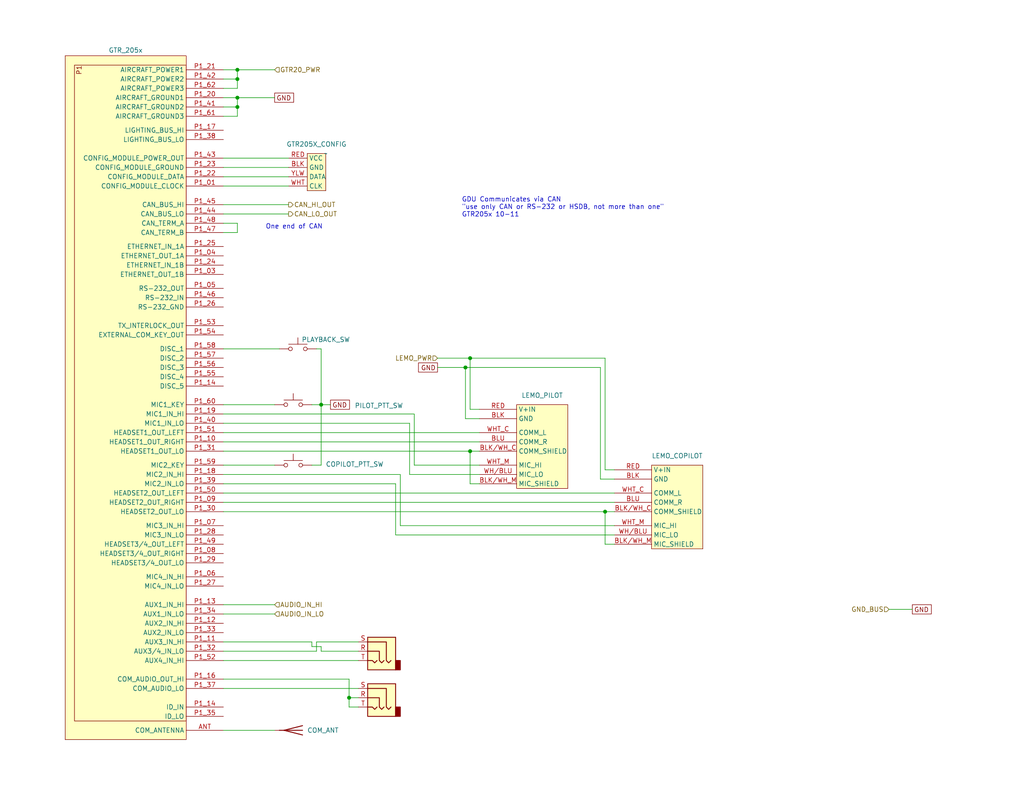
<source format=kicad_sch>
(kicad_sch (version 20250114) (generator "eeschema") (generator_version "9.0")
  (paper "USLetter")
  (title_block (title "Communication") (date "2025-09-09") (rev "1.0.3") (company "N78HR"))
  (lib_symbols
    (symbol "Connector_Audio:AudioJack3"
      (property "Reference" "J" (at 0 8.89 0))
      (property "Value" "AudioJack3" (at 0 6.35 0))
      (symbol "AudioJack3_0_1"
        (rectangle (start -5.08 -5.08) (end -6.35 -2.54) (stroke (width 0.254)) (fill (type outline)))
        (polyline (pts (xy -1.905 -2.54) (xy -1.27 -3.175) (xy -0.635 -2.54) (xy -0.635 0) (xy 2.54 0)) (stroke (width 0.254)))
        (polyline (pts (xy 0 -2.54) (xy 0.635 -3.175) (xy 1.27 -2.54) (xy 2.54 -2.54)) (stroke (width 0.254)))
        (rectangle (start 2.54 3.81) (end -5.08 -5.08) (stroke (width 0.254)) (fill (type background)))
        (polyline (pts (xy 2.54 2.54) (xy -2.54 2.54) (xy -2.54 -2.54) (xy -3.175 -3.175) (xy -3.81 -2.54)) (stroke (width 0.254)))
      )
      (symbol "AudioJack3_1_1"
        (pin passive line (at 5.08 2.54 180) (length 2.54) (name "~") (number "S"))
        (pin passive line (at 5.08 0 180) (length 2.54) (name "~") (number "R"))
        (pin passive line (at 5.08 -2.54 180) (length 2.54) (name "~") (number "T"))
      )
    )
    (symbol "Device:Antenna" (pin_numbers (hide yes)) (pin_names (offset 1.016) (hide yes))
      (property "Reference" "AE" (at -1.905 1.905 0))
      (property "Value" "Antenna" (at -1.905 0 0))
      (symbol "Antenna_0_1"
        (polyline (pts (xy 0 2.54) (xy 0 -3.81)) (stroke (width 0.254)))
        (polyline (pts (xy 1.27 2.54) (xy 0 -2.54) (xy -1.27 2.54)) (stroke (width 0.254)))
      )
      (symbol "Antenna_1_1"
        (pin input line (at 0 -5.08 90) (length 2.54) (name "A") (number "1"))
      )
    )
    (symbol "Switch:SW_Push" (pin_numbers (hide yes)) (pin_names (offset 1.016) (hide yes))
      (property "Reference" "SW" (at 1.27 2.54 0))
      (property "Value" "SW_Push" (at 0 -1.524 0))
      (symbol "SW_Push_0_1"
        (circle (center -2.032 0) (radius 0.508))
        (polyline (pts (xy 0 1.27) (xy 0 3.048)))
        (circle (center 2.032 0) (radius 0.508))
        (polyline (pts (xy 2.54 1.27) (xy -2.54 1.27)))
        (pin passive line (at -5.08 0 0) (length 2.54) (name "1") (number "1"))
        (pin passive line (at 5.08 0 180) (length 2.54) (name "2") (number "2"))
      )
    )
    (symbol "flyerx:Bose_LEMO"
      (property "Reference" "LEMO" (at 2.54 1.27 0))
      (symbol "Bose_LEMO_1_1"
        (rectangle (start 0 0) (end 13.97 -22.86) (fill (type background)))
        (pin power_in line (at 24.13 -1.27 180) (length 10.16) (name "V+IN") (number "RED"))
        (pin passive line (at 24.13 -3.81 180) (length 10.16) (name "GND") (number "BLK"))
        (pin input line (at 24.13 -7.62 180) (length 10.16) (name "COMM_L") (number "WHT_C"))
        (pin input line (at 24.13 -10.16 180) (length 10.16) (name "COMM_R") (number "BLU"))
        (pin passive line (at 24.13 -12.7 180) (length 10.16) (name "COMM_SHIELD") (number "BLK/WH_C"))
        (pin output line (at 24.13 -16.51 180) (length 10.16) (name "MIC_HI") (number "WHT_M"))
        (pin passive line (at 24.13 -19.05 180) (length 10.16) (name "MIC_LO") (number "WH/BLU"))
        (pin passive line (at 24.13 -21.59 180) (length 10.16) (name "MIC_SHIELD") (number "BLK/WH_M"))
      )
    )
    (symbol "flyerx:Garmin_Config"
      (property "Reference" "CONFIG" (at 3.81 1.27 0))
      (symbol "Garmin_Config_1_1"
        (rectangle (start 0 0) (end 5.08 -10.16) (fill (type background)))
        (pin power_in line (at 10.16 -1.27 180) (length 5.08) (name "VCC") (number "RED"))
        (pin passive line (at 10.16 -3.81 180) (length 5.08) (name "GND") (number "BLK"))
        (pin bidirectional line (at 10.16 -6.35 180) (length 5.08) (name "DATA") (number "YLW"))
        (pin input line (at 10.16 -8.89 180) (length 5.08) (name "CLK") (number "WHT"))
      )
    )
    (symbol "flyerx:Garmin_GTR205x"
      (property "Reference" "GTR_205x" (at 5.08 1.27 0))
      (symbol "Garmin_GTR205x_1_1"
        (rectangle (start 0 0) (end 33.02 -186.69) (fill (type background)))
        (rectangle (start 2.54 -2.54) (end 33.02 -181.61) (fill (type background)))
        (text "P1" (at 3.81 -2.54 900) (effects (font (size 1.27 1.27)) (justify right)))
        (pin power_in line (at 43.18 -3.81 180) (length 10.16) (name "AIRCRAFT_POWER1") (number "P1_21"))
        (pin power_in line (at 43.18 -6.35 180) (length 10.16) (name "AIRCRAFT_POWER2") (number "P1_42"))
        (pin power_in line (at 43.18 -8.89 180) (length 10.16) (name "AIRCRAFT_POWER3") (number "P1_62"))
        (pin passive line (at 43.18 -11.43 180) (length 10.16) (name "AIRCRAFT_GROUND1") (number "P1_20"))
        (pin passive line (at 43.18 -13.97 180) (length 10.16) (name "AIRCRAFT_GROUND2") (number "P1_41"))
        (pin passive line (at 43.18 -16.51 180) (length 10.16) (name "AIRCRAFT_GROUND3") (number "P1_61"))
        (pin input line (at 43.18 -20.32 180) (length 10.16) (name "LIGHTING_BUS_HI") (number "P1_17"))
        (pin bidirectional line (at 43.18 -22.86 180) (length 10.16) (name "LIGHTING_BUS_LO") (number "P1_38"))
        (pin power_out line (at 43.18 -27.94 180) (length 10.16) (name "CONFIG_MODULE_POWER_OUT") (number "P1_43"))
        (pin passive line (at 43.18 -30.48 180) (length 10.16) (name "CONFIG_MODULE_GROUND") (number "P1_23"))
        (pin bidirectional line (at 43.18 -33.02 180) (length 10.16) (name "CONFIG_MODULE_DATA") (number "P1_22"))
        (pin output line (at 43.18 -35.56 180) (length 10.16) (name "CONFIG_MODULE_CLOCK") (number "P1_01"))
        (pin bidirectional line (at 43.18 -40.64 180) (length 10.16) (name "CAN_BUS_HI") (number "P1_45"))
        (pin bidirectional line (at 43.18 -43.18 180) (length 10.16) (name "CAN_BUS_LO") (number "P1_44"))
        (pin bidirectional line (at 43.18 -45.72 180) (length 10.16) (name "CAN_TERM_A") (number "P1_48"))
        (pin bidirectional line (at 43.18 -48.26 180) (length 10.16) (name "CAN_TERM_B") (number "P1_47"))
        (pin input line (at 43.18 -52.07 180) (length 10.16) (name "ETHERNET_IN_1A") (number "P1_25"))
        (pin output line (at 43.18 -54.61 180) (length 10.16) (name "ETHERNET_OUT_1A") (number "P1_04"))
        (pin input line (at 43.18 -57.15 180) (length 10.16) (name "ETHERNET_IN_1B") (number "P1_24"))
        (pin output line (at 43.18 -59.69 180) (length 10.16) (name "ETHERNET_OUT_1B") (number "P1_03"))
        (pin output line (at 43.18 -63.5 180) (length 10.16) (name "RS-232_OUT") (number "P1_05"))
        (pin input line (at 43.18 -66.04 180) (length 10.16) (name "RS-232_IN") (number "P1_46"))
        (pin passive line (at 43.18 -68.58 180) (length 10.16) (name "RS-232_GND") (number "P1_26"))
        (pin output line (at 43.18 -73.66 180) (length 10.16) (name "TX_INTERLOCK_OUT") (number "P1_53"))
        (pin output line (at 43.18 -76.2 180) (length 10.16) (name "EXTERNAL_COM_KEY_OUT") (number "P1_54"))
        (pin input line (at 43.18 -80.01 180) (length 10.16) (name "DISC_1") (number "P1_58"))
        (pin input line (at 43.18 -82.55 180) (length 10.16) (name "DISC_2") (number "P1_57"))
        (pin input line (at 43.18 -85.09 180) (length 10.16) (name "DISC_3") (number "P1_56"))
        (pin input line (at 43.18 -87.63 180) (length 10.16) (name "DISC_4") (number "P1_55"))
        (pin input line (at 43.18 -90.17 180) (length 10.16) (name "DISC_5") (number "P1_14"))
        (pin input line (at 43.18 -95.25 180) (length 10.16) (name "MIC1_KEY") (number "P1_60"))
        (pin input line (at 43.18 -97.79 180) (length 10.16) (name "MIC1_IN_HI") (number "P1_19"))
        (pin passive line (at 43.18 -100.33 180) (length 10.16) (name "MIC1_IN_LO") (number "P1_40"))
        (pin output line (at 43.18 -102.87 180) (length 10.16) (name "HEADSET1_OUT_LEFT") (number "P1_51"))
        (pin output line (at 43.18 -105.41 180) (length 10.16) (name "HEADSET1_OUT_RIGHT") (number "P1_10"))
        (pin passive line (at 43.18 -107.95 180) (length 10.16) (name "HEADSET1_OUT_LO") (number "P1_31"))
        (pin input line (at 43.18 -111.76 180) (length 10.16) (name "MIC2_KEY") (number "P1_59"))
        (pin input line (at 43.18 -114.3 180) (length 10.16) (name "MIC2_IN_HI") (number "P1_18"))
        (pin passive line (at 43.18 -116.84 180) (length 10.16) (name "MIC2_IN_LO") (number "P1_39"))
        (pin output line (at 43.18 -119.38 180) (length 10.16) (name "HEADSET2_OUT_LEFT") (number "P1_50"))
        (pin output line (at 43.18 -121.92 180) (length 10.16) (name "HEADSET2_OUT_RIGHT") (number "P1_09"))
        (pin passive line (at 43.18 -124.46 180) (length 10.16) (name "HEADSET2_OUT_LO") (number "P1_30"))
        (pin input line (at 43.18 -128.27 180) (length 10.16) (name "MIC3_IN_HI") (number "P1_07"))
        (pin passive line (at 43.18 -130.81 180) (length 10.16) (name "MIC3_IN_LO") (number "P1_28"))
        (pin output line (at 43.18 -133.35 180) (length 10.16) (name "HEADSET3/4_OUT_LEFT") (number "P1_49"))
        (pin output line (at 43.18 -135.89 180) (length 10.16) (name "HEADSET3/4_OUT_RIGHT") (number "P1_08"))
        (pin passive line (at 43.18 -138.43 180) (length 10.16) (name "HEADSET3/4_OUT_LO") (number "P1_29"))
        (pin input line (at 43.18 -142.24 180) (length 10.16) (name "MIC4_IN_HI") (number "P1_06"))
        (pin passive line (at 43.18 -144.78 180) (length 10.16) (name "MIC4_IN_LO") (number "P1_27"))
        (pin input line (at 43.18 -149.86 180) (length 10.16) (name "AUX1_IN_HI") (number "P1_13"))
        (pin passive line (at 43.18 -152.4 180) (length 10.16) (name "AUX1_IN_LO") (number "P1_34"))
        (pin input line (at 43.18 -154.94 180) (length 10.16) (name "AUX2_IN_HI") (number "P1_12"))
        (pin passive line (at 43.18 -157.48 180) (length 10.16) (name "AUX2_IN_LO") (number "P1_33"))
        (pin input line (at 43.18 -160.02 180) (length 10.16) (name "AUX3_IN_HI") (number "P1_11"))
        (pin passive line (at 43.18 -162.56 180) (length 10.16) (name "AUX3/4_IN_LO") (number "P1_32"))
        (pin input line (at 43.18 -165.1 180) (length 10.16) (name "AUX4_IN_HI") (number "P1_52"))
        (pin output line (at 43.18 -170.18 180) (length 10.16) (name "COM_AUDIO_OUT_HI") (number "P1_16"))
        (pin passive line (at 43.18 -172.72 180) (length 10.16) (name "COM_AUDIO_LO") (number "P1_37"))
        (pin input line (at 43.18 -177.8 180) (length 10.16) (name "ID_IN") (number "P1_14"))
        (pin passive line (at 43.18 -180.34 180) (length 10.16) (name "ID_LO") (number "P1_35"))
        (pin bidirectional line (at 43.18 -184.15 180) (length 10.16) (name "COM_ANTENNA") (number "ANT"))
      )
    )
  )
  (text "GDU Communicates via CAN\n\"use only CAN or RS-232 or HSDB, not more than one\"\nGTR205x 10-11" (at 125.984 56.642 0) (effects (font (size 1.27 1.27)) (justify left)))
  (text "One end of CAN" (at 80.264 61.976 0) (effects (font (size 1.27 1.27))))
  (junction (at 165.1 139.7))
  (junction (at 128.27 97.79))
  (junction (at 64.77 26.67))
  (junction (at 87.63 110.49))
  (junction (at 127 100.33))
  (junction (at 64.77 21.59))
  (junction (at 64.77 29.21))
  (junction (at 95.25 190.5))
  (junction (at 64.77 19.05))
  (junction (at 128.27 123.19))
  (wire (pts (xy 60.96 137.16) (xy 167.64 137.16)))
  (wire (pts (xy 128.27 111.76) (xy 128.27 97.79)))
  (wire (pts (xy 111.76 115.57) (xy 111.76 129.54)))
  (wire (pts (xy 95.25 193.04) (xy 97.79 193.04)))
  (wire (pts (xy 113.03 127) (xy 130.81 127)))
  (wire (pts (xy 64.77 60.96) (xy 64.77 63.5)))
  (wire (pts (xy 128.27 132.08) (xy 128.27 123.19)))
  (wire (pts (xy 107.95 146.05) (xy 167.64 146.05)))
  (wire (pts (xy 163.83 100.33) (xy 127 100.33)))
  (wire (pts (xy 64.77 19.05) (xy 74.93 19.05)))
  (wire (pts (xy 60.96 24.13) (xy 64.77 24.13)))
  (wire (pts (xy 60.96 134.62) (xy 167.64 134.62)))
  (wire (pts (xy 86.36 175.26) (xy 86.36 177.8)))
  (wire (pts (xy 165.1 128.27) (xy 167.64 128.27)))
  (wire (pts (xy 60.96 185.42) (xy 95.25 185.42)))
  (wire (pts (xy 60.96 175.26) (xy 85.09 175.26)))
  (wire (pts (xy 64.77 26.67) (xy 74.93 26.67)))
  (wire (pts (xy 242.57 166.37) (xy 248.92 166.37)))
  (wire (pts (xy 85.09 176.53) (xy 85.09 175.26)))
  (wire (pts (xy 60.96 26.67) (xy 64.77 26.67)))
  (wire (pts (xy 95.25 190.5) (xy 95.25 193.04)))
  (wire (pts (xy 165.1 139.7) (xy 167.64 139.7)))
  (wire (pts (xy 60.96 110.49) (xy 74.93 110.49)))
  (wire (pts (xy 128.27 97.79) (xy 165.1 97.79)))
  (wire (pts (xy 85.09 127) (xy 87.63 127)))
  (wire (pts (xy 60.96 199.39) (xy 74.93 199.39)))
  (wire (pts (xy 130.81 132.08) (xy 128.27 132.08)))
  (wire (pts (xy 60.96 118.11) (xy 130.81 118.11)))
  (wire (pts (xy 167.64 130.81) (xy 163.83 130.81)))
  (wire (pts (xy 60.96 120.65) (xy 130.81 120.65)))
  (wire (pts (xy 60.96 21.59) (xy 64.77 21.59)))
  (wire (pts (xy 60.96 50.8) (xy 78.74 50.8)))
  (wire (pts (xy 128.27 123.19) (xy 130.81 123.19)))
  (wire (pts (xy 60.96 63.5) (xy 64.77 63.5)))
  (wire (pts (xy 163.83 130.81) (xy 163.83 100.33)))
  (wire (pts (xy 60.96 113.03) (xy 113.03 113.03)))
  (wire (pts (xy 165.1 128.27) (xy 165.1 97.79)))
  (wire (pts (xy 60.96 115.57) (xy 111.76 115.57)))
  (wire (pts (xy 87.63 110.49) (xy 87.63 127)))
  (wire (pts (xy 165.1 148.59) (xy 165.1 139.7)))
  (wire (pts (xy 60.96 45.72) (xy 78.74 45.72)))
  (wire (pts (xy 97.79 175.26) (xy 86.36 175.26)))
  (wire (pts (xy 109.22 143.51) (xy 167.64 143.51)))
  (wire (pts (xy 107.95 132.08) (xy 107.95 146.05)))
  (wire (pts (xy 60.96 43.18) (xy 78.74 43.18)))
  (wire (pts (xy 87.63 95.25) (xy 87.63 110.49)))
  (wire (pts (xy 60.96 60.96) (xy 64.77 60.96)))
  (wire (pts (xy 60.96 55.88) (xy 78.74 55.88)))
  (wire (pts (xy 60.96 167.64) (xy 74.93 167.64)))
  (wire (pts (xy 128.27 111.76) (xy 130.81 111.76)))
  (wire (pts (xy 60.96 180.34) (xy 97.79 180.34)))
  (wire (pts (xy 60.96 123.19) (xy 128.27 123.19)))
  (wire (pts (xy 64.77 24.13) (xy 64.77 21.59)))
  (wire (pts (xy 64.77 26.67) (xy 64.77 29.21)))
  (wire (pts (xy 127 100.33) (xy 127 114.3)))
  (wire (pts (xy 119.38 100.33) (xy 127 100.33)))
  (wire (pts (xy 113.03 113.03) (xy 113.03 127)))
  (wire (pts (xy 60.96 19.05) (xy 64.77 19.05)))
  (wire (pts (xy 60.96 29.21) (xy 64.77 29.21)))
  (wire (pts (xy 95.25 190.5) (xy 97.79 190.5)))
  (wire (pts (xy 86.36 95.25) (xy 87.63 95.25)))
  (wire (pts (xy 60.96 139.7) (xy 165.1 139.7)))
  (wire (pts (xy 85.09 110.49) (xy 87.63 110.49)))
  (wire (pts (xy 111.76 129.54) (xy 130.81 129.54)))
  (wire (pts (xy 60.96 58.42) (xy 78.74 58.42)))
  (wire (pts (xy 60.96 31.75) (xy 64.77 31.75)))
  (wire (pts (xy 60.96 129.54) (xy 109.22 129.54)))
  (wire (pts (xy 60.96 48.26) (xy 78.74 48.26)))
  (wire (pts (xy 127 114.3) (xy 130.81 114.3)))
  (wire (pts (xy 119.38 97.79) (xy 128.27 97.79)))
  (wire (pts (xy 60.96 95.25) (xy 76.2 95.25)))
  (wire (pts (xy 87.63 176.53) (xy 85.09 176.53)))
  (wire (pts (xy 64.77 21.59) (xy 64.77 19.05)))
  (wire (pts (xy 87.63 177.8) (xy 87.63 176.53)))
  (wire (pts (xy 95.25 185.42) (xy 95.25 190.5)))
  (wire (pts (xy 60.96 165.1) (xy 74.93 165.1)))
  (wire (pts (xy 97.79 177.8) (xy 87.63 177.8)))
  (wire (pts (xy 87.63 110.49) (xy 90.17 110.49)))
  (wire (pts (xy 86.36 177.8) (xy 60.96 177.8)))
  (wire (pts (xy 109.22 129.54) (xy 109.22 143.51)))
  (wire (pts (xy 60.96 187.96) (xy 97.79 187.96)))
  (wire (pts (xy 64.77 29.21) (xy 64.77 31.75)))
  (wire (pts (xy 60.96 127) (xy 74.93 127)))
  (wire (pts (xy 60.96 132.08) (xy 107.95 132.08)))
  (wire (pts (xy 167.64 148.59) (xy 165.1 148.59)))
  (global_label "GND" (shape passive) (at 90.17 110.49 0) (property "Intersheetrefs" "${INTERSHEET_REFS}" (effects (hide yes))))
  (global_label "GND" (shape passive) (at 248.92 166.37 0) (property "Intersheetrefs" "${INTERSHEET_REFS}" (effects (hide yes))))
  (global_label "GND" (shape passive) (at 74.93 26.67 0) (property "Intersheetrefs" "${INTERSHEET_REFS}" (effects (hide yes))))
  (global_label "GND" (shape passive) (at 119.38 100.33 180) (property "Intersheetrefs" "${INTERSHEET_REFS}" (effects (hide yes))))
  (hierarchical_label "AUDIO_IN_LO" (shape input) (at 74.93 167.64 0))
  (hierarchical_label "CAN_HI_OUT" (shape output) (at 78.74 55.88 0))
  (hierarchical_label "AUDIO_IN_HI" (shape input) (at 74.93 165.1 0))
  (hierarchical_label "GTR20_PWR" (shape input) (at 74.93 19.05 0))
  (hierarchical_label "CAN_LO_OUT" (shape output) (at 78.74 58.42 0))
  (hierarchical_label "LEMO_PWR" (shape input) (at 119.38 97.79 180))
  (hierarchical_label "GND_BUS" (shape input) (at 242.57 166.37 180))
  (symbol (lib_id "Switch:SW_Push") (at 81.28 95.25 0) (unit 1)
    (property "Reference" "PLAYBACK_SW" (at 88.9 92.71 0))
    (property "Value" "SW_Push" (effects (hide yes)))
  )
  (symbol (lib_id "flyerx:Bose_LEMO") (at 154.94 110.49 0) (mirror y) (unit 1)
    (property "Reference" "LEMO_PILOT" (at 147.955 107.95 0))
  )
  (symbol (lib_id "flyerx:Garmin_Config") (at 88.9 41.91 0) (mirror y) (unit 1)
    (property "Reference" "GTR205X_CONFIG" (at 86.36 39.37 0))
    (property "Value" "~" (at 88.9 41.91 0))
  )
  (symbol (lib_id "Switch:SW_Push") (at 80.01 127 0) (unit 1)
    (property "Reference" "COPILOT_PTT_SW" (at 96.774 126.746 0))
    (property "Value" "SW_Push" (effects (hide yes)))
  )
  (symbol (lib_id "flyerx:Bose_LEMO") (at 191.77 127 0) (mirror y) (unit 1)
    (property "Reference" "LEMO_COPILOT" (at 184.785 124.46 0))
  )
  (symbol (lib_id "Device:Antenna") (at 80.01 199.39 270) (unit 1)
    (property "Reference" "COM_ANT" (at 83.82 199.39 90) (effects (justify left)))
    (property "Value" "Antenna" (effects (hide yes)))
  )
  (symbol (lib_id "Switch:SW_Push") (at 80.01 110.49 0) (unit 1)
    (property "Reference" "PILOT_PTT_SW" (at 103.378 110.744 0))
    (property "Value" "SW_Push" (effects (hide yes)))
  )
  (symbol (lib_id "Connector_Audio:AudioJack3") (at 102.87 190.5 0) (mirror y) (unit 1)
    (property "Reference" "AUX_OUT" (effects (hide yes)))
    (property "Value" "AudioJack3" (effects (hide yes)))
    (property "Description" "Audio Jack, 3 Poles (Stereo / TRS)" (effects (hide yes)))
  )
  (symbol (lib_id "Connector_Audio:AudioJack3") (at 102.87 177.8 0) (mirror y) (unit 1)
    (property "Reference" "AUX_IN" (effects (hide yes)))
    (property "Value" "AudioJack3" (effects (hide yes)))
    (property "Description" "Audio Jack, 3 Poles (Stereo / TRS)" (effects (hide yes)))
  )
  (symbol (lib_id "flyerx:Garmin_GTR205x") (at 17.78 15.24 0) (unit 1)
    (property "Reference" "GTR_205x" (at 34.29 13.716 0))
  )
)
</source>
